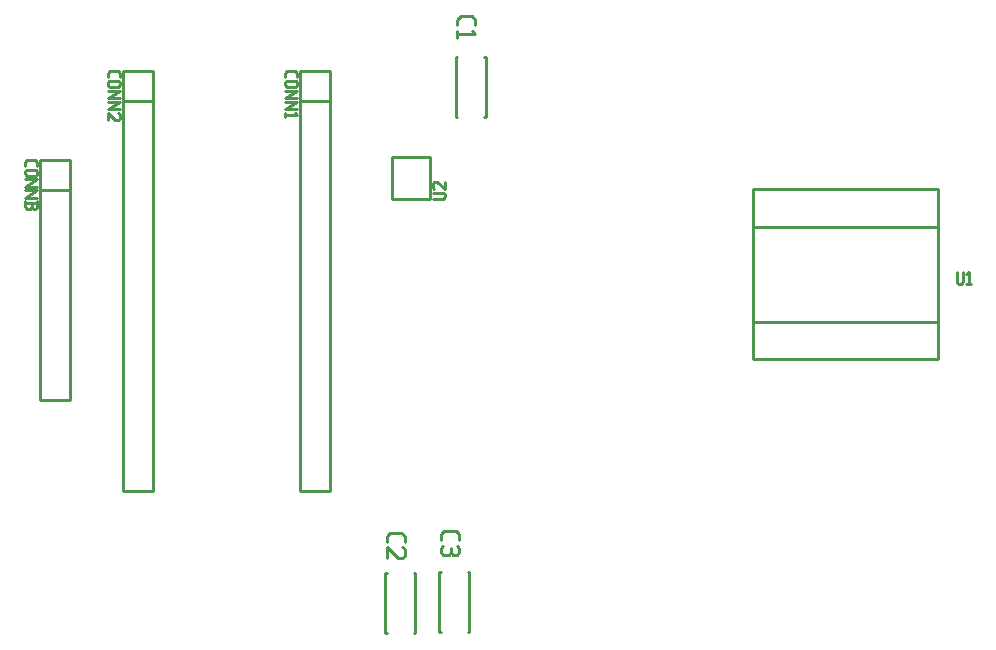
<source format=gto>
G04 start of page 14 for group -4079 idx -4079 *
G04 Title: (unknown), topsilk *
G04 Creator: pcb 4.1.2 *
G04 CreationDate: Fri Sep 21 09:06:42 2018 UTC *
G04 For: mytch *
G04 Format: Gerber/RS-274X *
G04 PCB-Dimensions (mil): 3937.01 2755.91 *
G04 PCB-Coordinate-Origin: lower left *
%MOIN*%
%FSLAX25Y25*%
%LNTOPSILK*%
%ADD85C,0.0100*%
G54D85*X174579Y190630D02*X175079D01*
Y210630D02*Y190630D01*
X174579Y210630D02*X175079D01*
X165079D02*X165579D01*
X165079D02*Y190630D01*
X165579D01*
X150957Y18583D02*X151457D01*
Y38583D02*Y18583D01*
X150957Y38583D02*X151457D01*
X141457D02*X141957D01*
X141457D02*Y18583D01*
X141957D01*
X169067Y18976D02*X169567D01*
Y38976D02*Y18976D01*
X169067Y38976D02*X169567D01*
X159567D02*X160067D01*
X159567D02*Y18976D01*
X160067D01*
X156400Y177242D02*Y163342D01*
X143600Y177242D02*X156400D01*
X143600D02*Y163342D01*
X156400D01*
X26496Y176260D02*Y96260D01*
X36496D01*
Y176260D01*
X26496D01*
Y166260D02*X36496D01*
Y176260D01*
X54055Y205787D02*Y65787D01*
X64055D01*
Y205787D01*
X54055D01*
Y195787D02*X64055D01*
Y205787D01*
X113110D02*Y65787D01*
X123110D01*
Y205787D01*
X113110D01*
Y195787D02*X123110D01*
Y205787D01*
X264252Y166457D02*X325669D01*
Y109764D01*
X264252D01*
Y166457D01*
Y153858D02*X325669D01*
X264252Y122362D02*X325669D01*
X21496Y175560D02*Y174260D01*
X22196Y176260D02*X21496Y175560D01*
X22196Y176260D02*X24796D01*
X25496Y175560D01*
Y174260D01*
X21996Y173060D02*X24996D01*
X25496Y172560D01*
Y171560D01*
X24996Y171060D01*
X21996D02*X24996D01*
X21496Y171560D02*X21996Y171060D01*
X21496Y172560D02*Y171560D01*
X21996Y173060D02*X21496Y172560D01*
Y169860D02*X25496D01*
X21496Y167360D01*
X25496D01*
X21496Y166160D02*X25496D01*
X21496Y163660D01*
X25496D01*
X21496Y162460D02*Y160460D01*
X21996Y159960D01*
X23196D01*
X23696Y160460D02*X23196Y159960D01*
X23696Y161960D02*Y160460D01*
X21496Y161960D02*X25496D01*
Y162460D02*Y160460D01*
X24996Y159960D01*
X24196D02*X24996D01*
X23696Y160460D02*X24196Y159960D01*
X49055Y205087D02*Y203787D01*
X49755Y205787D02*X49055Y205087D01*
X49755Y205787D02*X52355D01*
X53055Y205087D01*
Y203787D01*
X49555Y202587D02*X52555D01*
X53055Y202087D01*
Y201087D01*
X52555Y200587D01*
X49555D02*X52555D01*
X49055Y201087D02*X49555Y200587D01*
X49055Y202087D02*Y201087D01*
X49555Y202587D02*X49055Y202087D01*
Y199387D02*X53055D01*
X49055Y196887D01*
X53055D01*
X49055Y195687D02*X53055D01*
X49055Y193187D01*
X53055D01*
X52555Y191987D02*X53055Y191487D01*
Y189987D01*
X52555Y189487D01*
X51555D02*X52555D01*
X49055Y191987D02*X51555Y189487D01*
X49055Y191987D02*Y189487D01*
X108110Y205087D02*Y203787D01*
X108810Y205787D02*X108110Y205087D01*
X108810Y205787D02*X111410D01*
X112110Y205087D01*
Y203787D01*
X108610Y202587D02*X111610D01*
X112110Y202087D01*
Y201087D01*
X111610Y200587D01*
X108610D02*X111610D01*
X108110Y201087D02*X108610Y200587D01*
X108110Y202087D02*Y201087D01*
X108610Y202587D02*X108110Y202087D01*
Y199387D02*X112110D01*
X108110Y196887D01*
X112110D01*
X108110Y195687D02*X112110D01*
X108110Y193187D01*
X112110D01*
X111310Y191987D02*X112110Y191187D01*
X108110D02*X112110D01*
X108110Y191987D02*Y190487D01*
X165579Y223080D02*Y221130D01*
X166629Y224130D02*X165579Y223080D01*
X166629Y224130D02*X170529D01*
X171579Y223080D01*
Y221130D01*
X170379Y219330D02*X171579Y218130D01*
X165579D02*X171579D01*
X165579Y219330D02*Y217080D01*
X157400Y163342D02*X160900D01*
X161400Y163842D01*
Y164842D02*Y163842D01*
Y164842D02*X160900Y165342D01*
X157400D02*X160900D01*
X157900Y166542D02*X157400Y167042D01*
Y168542D02*Y167042D01*
Y168542D02*X157900Y169042D01*
X158900D01*
X161400Y166542D02*X158900Y169042D01*
X161400D02*Y166542D01*
X160067Y51426D02*Y49476D01*
X161117Y52476D02*X160067Y51426D01*
X161117Y52476D02*X165017D01*
X166067Y51426D01*
Y49476D01*
X165317Y47676D02*X166067Y46926D01*
Y45426D01*
X165317Y44676D01*
X160067Y45426D02*X160817Y44676D01*
X160067Y46926D02*Y45426D01*
X160817Y47676D02*X160067Y46926D01*
X163367D02*Y45426D01*
X164117Y44676D02*X165317D01*
X160817D02*X162617D01*
X163367Y45426D01*
X164117Y44676D02*X163367Y45426D01*
X141957Y51033D02*Y49083D01*
X143007Y52083D02*X141957Y51033D01*
X143007Y52083D02*X146907D01*
X147957Y51033D01*
Y49083D01*
X147207Y47283D02*X147957Y46533D01*
Y44283D01*
X147207Y43533D01*
X145707D02*X147207D01*
X141957Y47283D02*X145707Y43533D01*
X141957Y47283D02*Y43533D01*
X331969Y139000D02*Y135500D01*
X332469Y135000D01*
X333469D01*
X333969Y135500D01*
Y139000D02*Y135500D01*
X335169Y138200D02*X335969Y139000D01*
Y135000D01*
X335169D02*X336669D01*
M02*

</source>
